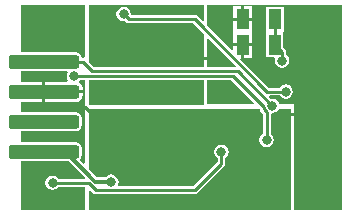
<source format=gbl>
G04 Layer_Physical_Order=2*
G04 Layer_Color=16711680*
%FSLAX25Y25*%
%MOIN*%
G70*
G01*
G75*
%ADD17R,0.04331X0.06693*%
G04:AMPARAMS|DCode=31|XSize=236.22mil|YSize=47.24mil|CornerRadius=11.81mil|HoleSize=0mil|Usage=FLASHONLY|Rotation=0.000|XOffset=0mil|YOffset=0mil|HoleType=Round|Shape=RoundedRectangle|*
%AMROUNDEDRECTD31*
21,1,0.23622,0.02362,0,0,0.0*
21,1,0.21260,0.04724,0,0,0.0*
1,1,0.02362,0.10630,-0.01181*
1,1,0.02362,-0.10630,-0.01181*
1,1,0.02362,-0.10630,0.01181*
1,1,0.02362,0.10630,0.01181*
%
%ADD31ROUNDEDRECTD31*%
%ADD32C,0.00984*%
%ADD34C,0.01181*%
%ADD35C,0.03150*%
%ADD36C,0.01969*%
%ADD37C,0.02362*%
G36*
X76211Y49503D02*
X76020Y49041D01*
X66535D01*
Y58525D01*
X66997Y58717D01*
X76211Y49503D01*
D02*
G37*
G36*
X25787Y52402D02*
X25760Y52343D01*
X25287Y52007D01*
X25157Y52033D01*
X24817D01*
X24689Y52678D01*
X24254Y53329D01*
X23603Y53764D01*
X22835Y53917D01*
X4626D01*
Y69849D01*
X25787D01*
Y52402D01*
D02*
G37*
G36*
X111493Y1411D02*
X95669D01*
Y36614D01*
X90696D01*
X90611Y37044D01*
X90089Y37825D01*
X89307Y38347D01*
X88386Y38530D01*
X87916Y38437D01*
X87273Y39080D01*
X87464Y39542D01*
X90846D01*
X91112Y39143D01*
X91893Y38621D01*
X92815Y38438D01*
X93737Y38621D01*
X94518Y39143D01*
X95040Y39925D01*
X95223Y40846D01*
X95040Y41768D01*
X94518Y42549D01*
X93737Y43072D01*
X92815Y43255D01*
X91893Y43072D01*
X91112Y42549D01*
X90846Y42151D01*
X87253D01*
X77716Y51688D01*
X77908Y52150D01*
X77945D01*
Y55996D01*
X75279D01*
Y54778D01*
X74818Y54586D01*
X66535Y62869D01*
Y69849D01*
X111493D01*
Y1411D01*
D02*
G37*
G36*
X82142Y37076D02*
X81950Y36614D01*
X66535D01*
Y44660D01*
X74558D01*
X82142Y37076D01*
D02*
G37*
G36*
X65551Y40059D02*
Y36319D01*
X27421D01*
X27068Y36673D01*
X27090Y44660D01*
X65551D01*
Y40059D01*
D02*
G37*
G36*
X20063Y47099D02*
X19920Y46886D01*
X19737Y45965D01*
X19920Y45043D01*
X20194Y44633D01*
X19927Y44133D01*
X12705D01*
Y41228D01*
X25058D01*
Y41909D01*
X24889Y42761D01*
X24407Y43482D01*
X24005Y43750D01*
X23944Y44239D01*
X24314Y44660D01*
X25787D01*
Y17010D01*
X25326Y16819D01*
X24233Y17912D01*
X24254Y18128D01*
X24689Y18779D01*
X24842Y19547D01*
Y21910D01*
X24689Y22678D01*
X24254Y23329D01*
X23603Y23764D01*
X22835Y23916D01*
X4626D01*
Y27540D01*
X22835D01*
X23603Y27693D01*
X24254Y28128D01*
X24689Y28779D01*
X24842Y29547D01*
Y31909D01*
X24689Y32678D01*
X24254Y33329D01*
X23603Y33764D01*
X22835Y33917D01*
X4626D01*
Y37323D01*
X11705D01*
Y40728D01*
Y44133D01*
X4626D01*
Y47540D01*
X19827D01*
X20063Y47099D01*
D02*
G37*
G36*
X25787Y12383D02*
Y11738D01*
X17028D01*
X16762Y12136D01*
X15981Y12658D01*
X15059Y12842D01*
X14137Y12658D01*
X13356Y12136D01*
X12834Y11355D01*
X12651Y10433D01*
X12834Y9511D01*
X13356Y8730D01*
X14137Y8208D01*
X15059Y8025D01*
X15981Y8208D01*
X16762Y8730D01*
X17028Y9128D01*
X25787D01*
Y1411D01*
X4626D01*
Y17540D01*
X20630D01*
X25787Y12383D01*
D02*
G37*
G36*
X94390Y1411D02*
X27165D01*
Y7849D01*
X27627Y8040D01*
X28618Y7050D01*
X29041Y6767D01*
X29540Y6668D01*
X62500D01*
X62999Y6767D01*
X63423Y7050D01*
X72284Y15912D01*
X72567Y16335D01*
X72666Y16834D01*
Y18798D01*
X73065Y19065D01*
X73587Y19846D01*
X73770Y20768D01*
X73587Y21689D01*
X73065Y22471D01*
X72283Y22993D01*
X71362Y23176D01*
X70440Y22993D01*
X69659Y22471D01*
X69137Y21689D01*
X68953Y20768D01*
X69137Y19846D01*
X69659Y19065D01*
X70057Y18798D01*
Y17375D01*
X61960Y9277D01*
X36981D01*
X36746Y9718D01*
X36871Y9905D01*
X37054Y10827D01*
X36871Y11749D01*
X36349Y12530D01*
X35567Y13052D01*
X34646Y13235D01*
X33724Y13052D01*
X32943Y12530D01*
X32743Y12232D01*
X29913D01*
X27165Y14979D01*
Y34941D01*
X84227D01*
Y34940D01*
X84326Y34440D01*
X84609Y34017D01*
X85116Y33511D01*
Y26675D01*
X84717Y26409D01*
X84195Y25628D01*
X84012Y24706D01*
X84195Y23784D01*
X84717Y23003D01*
X85498Y22481D01*
X86420Y22297D01*
X87342Y22481D01*
X88123Y23003D01*
X88645Y23784D01*
X88829Y24706D01*
X88645Y25628D01*
X88123Y26409D01*
X87725Y26675D01*
Y33451D01*
X88111Y33768D01*
X88386Y33714D01*
X89307Y33897D01*
X90089Y34419D01*
X90438Y34941D01*
X94390D01*
Y1411D01*
D02*
G37*
G36*
X65551Y64506D02*
X65089Y64315D01*
X63423Y65982D01*
X62999Y66264D01*
X62500Y66364D01*
X41491D01*
X41188Y66732D01*
X41005Y67654D01*
X40483Y68435D01*
X39701Y68958D01*
X38780Y69141D01*
X37858Y68958D01*
X37077Y68435D01*
X36554Y67654D01*
X36371Y66732D01*
X36554Y65811D01*
X37077Y65029D01*
X37858Y64507D01*
X38780Y64324D01*
X39250Y64417D01*
X39530Y64137D01*
X39954Y63854D01*
X40453Y63754D01*
X61960D01*
X65551Y60163D01*
Y49041D01*
X28690D01*
X27107Y50624D01*
X27160Y69849D01*
X65551D01*
Y64506D01*
D02*
G37*
%LPC*%
G36*
X78043Y69218D02*
X75378D01*
Y65371D01*
X78043D01*
Y69218D01*
D02*
G37*
G36*
X81709D02*
X79043D01*
Y65371D01*
X81709D01*
Y69218D01*
D02*
G37*
G36*
Y64371D02*
X78543D01*
X75378D01*
Y60843D01*
X75279D01*
Y56996D01*
X78445D01*
X81610D01*
Y60525D01*
X81709D01*
Y64371D01*
D02*
G37*
G36*
X92126Y69005D02*
X86221D01*
Y60738D01*
X86122Y60630D01*
X86122D01*
Y52362D01*
X88928D01*
X89262Y51862D01*
X89127Y51181D01*
X89310Y50259D01*
X89832Y49478D01*
X90614Y48956D01*
X91535Y48773D01*
X92457Y48956D01*
X93239Y49478D01*
X93761Y50259D01*
X93944Y51181D01*
X93761Y52103D01*
X93239Y52884D01*
X92840Y53150D01*
Y54035D01*
X92741Y54535D01*
X92458Y54958D01*
X92027Y55388D01*
Y60630D01*
X92126Y60738D01*
X92126D01*
Y69005D01*
D02*
G37*
G36*
X81610Y55996D02*
X78945D01*
Y52150D01*
X81610D01*
Y55996D01*
D02*
G37*
G36*
X25058Y40228D02*
X12705D01*
Y37323D01*
X22835D01*
X23686Y37493D01*
X24407Y37975D01*
X24889Y38696D01*
X25058Y39547D01*
Y40228D01*
D02*
G37*
%LPD*%
D17*
X78543Y64871D02*
D03*
X89173D02*
D03*
X78445Y56496D02*
D03*
X89075D02*
D03*
D31*
X12205Y20728D02*
D03*
Y30728D02*
D03*
Y40728D02*
D03*
Y50728D02*
D03*
D32*
X89075Y56496D02*
X89173Y56595D01*
Y64871D01*
X89075Y56496D02*
X91535Y54035D01*
Y51181D02*
Y54035D01*
X86713Y40846D02*
X92815D01*
X62500Y65059D02*
X86713Y40846D01*
X40453Y65059D02*
X62500D01*
X61910Y50591D02*
X62333D01*
X63844Y52101D01*
X71054D01*
X28150Y47736D02*
X76772D01*
X25157Y50728D02*
X28150Y47736D01*
X12205Y50728D02*
X25157D01*
X76772Y47736D02*
X88386Y36122D01*
X85532Y34940D02*
X86420Y34051D01*
X85532Y34940D02*
Y35531D01*
X86420Y24706D02*
Y34051D01*
X75098Y45965D02*
X85532Y35531D01*
X22146Y45965D02*
X75098D01*
X71362Y16834D02*
Y20768D01*
X62500Y7972D02*
X71362Y16834D01*
X29540Y7972D02*
X62500D01*
X27080Y10433D02*
X29540Y7972D01*
X15059Y10433D02*
X27080D01*
X25984Y35630D02*
X29134Y32480D01*
X38780Y66732D02*
X40453Y65059D01*
X15157Y35630D02*
X25984D01*
X92716Y33465D02*
X106595D01*
D34*
X14862Y20728D02*
X19429D01*
X29331Y10827D02*
X34646D01*
X19429Y20728D02*
X29331Y10827D01*
D35*
X91535Y51181D02*
D03*
X71054Y52101D02*
D03*
X22146Y45965D02*
D03*
X71362Y20768D02*
D03*
X15059Y10433D02*
D03*
X38780Y66732D02*
D03*
X88386Y36122D02*
D03*
X34646Y10827D02*
D03*
X86420Y24706D02*
D03*
X92815Y40846D02*
D03*
X106595Y33465D02*
D03*
D36*
X83268Y65059D02*
D03*
X83661Y56791D02*
D03*
X73425Y58760D02*
D03*
X73228Y65354D02*
D03*
D37*
X61910Y50591D02*
D03*
X34154Y43504D02*
D03*
X83169Y33366D02*
D03*
X29134Y32480D02*
D03*
X41437Y54527D02*
D03*
X53347Y59350D02*
D03*
X64075Y59842D02*
D03*
X64272Y67520D02*
D03*
X50984D02*
D03*
X53839Y56201D02*
D03*
X45866Y54429D02*
D03*
X62795Y38091D02*
D03*
X35728Y37992D02*
D03*
X68504Y33563D02*
D03*
X68012Y28445D02*
D03*
X28543Y3051D02*
D03*
X48031Y3347D02*
D03*
X59744Y3445D02*
D03*
X79626Y3051D02*
D03*
X92618Y2953D02*
D03*
X92716Y33465D02*
D03*
X79527Y17323D02*
D03*
X56791Y22146D02*
D03*
X65059Y17421D02*
D03*
X44193Y32677D02*
D03*
X28445Y19094D02*
D03*
X15551Y45965D02*
D03*
X15157Y35630D02*
D03*
X15354Y25984D02*
D03*
M02*

</source>
